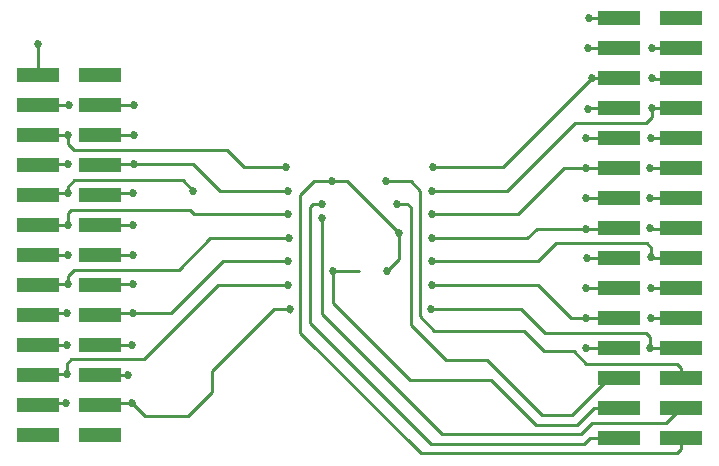
<source format=gtl>
G04 #@! TF.FileFunction,Copper,L1,Top,Signal*
%FSLAX46Y46*%
G04 Gerber Fmt 4.6, Leading zero omitted, Abs format (unit mm)*
G04 Created by KiCad (PCBNEW 4.0.2-stable) date 1/24/2017 5:25:06 AM*
%MOMM*%
G01*
G04 APERTURE LIST*
%ADD10C,0.100000*%
%ADD11R,3.560000X1.270000*%
%ADD12C,0.685800*%
%ADD13C,0.254000*%
%ADD14C,0.250000*%
G04 APERTURE END LIST*
D10*
D11*
X-27200000Y12800000D03*
X-21990000Y12800000D03*
X-27200000Y10260000D03*
X-21990000Y10260000D03*
X-27200000Y7720000D03*
X-21990000Y7720000D03*
X-27200000Y5180000D03*
X-21990000Y5180000D03*
X-27200000Y2640000D03*
X-21990000Y2640000D03*
X-27200000Y100000D03*
X-21990000Y100000D03*
X-27200000Y-2440000D03*
X-21990000Y-2440000D03*
X-27200000Y-4980000D03*
X-21990000Y-4980000D03*
X-27200000Y-7520000D03*
X-21990000Y-7520000D03*
X-27200000Y-10060000D03*
X-21990000Y-10060000D03*
X-27200000Y-12600000D03*
X-21990000Y-12600000D03*
X-27200000Y-15140000D03*
X-21990000Y-15140000D03*
X-27200000Y-17680000D03*
X-21990000Y-17680000D03*
X22000000Y17600000D03*
X27210000Y17600000D03*
X22000000Y15060000D03*
X27210000Y15060000D03*
X22000000Y12520000D03*
X27210000Y12520000D03*
X22000000Y9980000D03*
X27210000Y9980000D03*
X22000000Y7440000D03*
X27210000Y7440000D03*
X22000000Y4900000D03*
X27210000Y4900000D03*
X22000000Y2360000D03*
X27210000Y2360000D03*
X22000000Y-180000D03*
X27210000Y-180000D03*
X22000000Y-2720000D03*
X27210000Y-2720000D03*
X22000000Y-5260000D03*
X27210000Y-5260000D03*
X22000000Y-7800000D03*
X27210000Y-7800000D03*
X22000000Y-10340000D03*
X27210000Y-10340000D03*
X22000000Y-12880000D03*
X27210000Y-12880000D03*
X22000000Y-15420000D03*
X27210000Y-15420000D03*
X22000000Y-17960000D03*
X27210000Y-17960000D03*
D12*
X-27254200Y15407640D03*
X19450000Y17625000D03*
X-24612600Y10261600D03*
X-19075400Y10261600D03*
X-24638000Y7747000D03*
X-6223000Y5003800D03*
X-19100800Y7747000D03*
X-2209800Y-3810000D03*
X2325000Y-3800000D03*
X3350000Y-600000D03*
X-2362200Y3810000D03*
X2286000Y3810000D03*
X-24658320Y5293360D03*
X-19121120Y5293360D03*
X-6070600Y2997200D03*
X-14061440Y3002280D03*
X-24683720Y2778760D03*
X-19146520Y2778760D03*
X-24668480Y86360D03*
X-6070600Y1016000D03*
X-19131280Y86360D03*
X-24693880Y-2428240D03*
X-19156680Y-2428240D03*
X-24714200Y-4881880D03*
X-5994400Y-1016000D03*
X-19177000Y-4881880D03*
X-24739600Y-7396480D03*
X-19202400Y-7396480D03*
X-6045200Y-2997200D03*
X-24754840Y-10048240D03*
X-19217640Y-10048240D03*
X-24775160Y-12501880D03*
X-6045200Y-5003800D03*
X-19588480Y-12578080D03*
X-24800560Y-15016480D03*
X-19263360Y-15016480D03*
X-5918200Y-7010400D03*
X19350000Y15050000D03*
X24775000Y15075000D03*
X6200000Y5000000D03*
X19700000Y12575000D03*
X24750000Y12500000D03*
X19325000Y9950000D03*
X6150000Y3000000D03*
X24750000Y9975000D03*
X19225000Y7450000D03*
X24650000Y7475000D03*
X6150000Y1000000D03*
X19200000Y4875000D03*
X24625000Y4900000D03*
X19200000Y2350000D03*
X24625000Y2375000D03*
X6150000Y-1000000D03*
X19175000Y-225000D03*
X24600000Y-200000D03*
X19250000Y-2675000D03*
X6125000Y-3000000D03*
X24675000Y-2650000D03*
X19225000Y-5250000D03*
X24650000Y-5225000D03*
X6125000Y-5000000D03*
X19225000Y-7775000D03*
X24650000Y-7750000D03*
X19200000Y-10350000D03*
X6050000Y-7000000D03*
X24625000Y-10325000D03*
X-3149600Y660400D03*
X-3175000Y1879600D03*
X3149600Y1905000D03*
D13*
X-27200000Y15353440D02*
X-27200000Y12800000D01*
X-27254200Y15407640D02*
X-27200000Y15353440D01*
X19475000Y17600000D02*
X22000000Y17600000D01*
X19450000Y17625000D02*
X19475000Y17600000D01*
X-24614200Y10260000D02*
X-24612600Y10261600D01*
X-24614200Y10260000D02*
X-27200000Y10260000D01*
X-19077000Y10260000D02*
X-19075400Y10261600D01*
X-19077000Y10260000D02*
X-21990000Y10260000D01*
X-6223000Y5003800D02*
X-9773920Y5003800D01*
X-27225400Y7745400D02*
X-24639600Y7745400D01*
X-24639600Y7745400D02*
X-24638000Y7747000D01*
X-24638000Y6913880D02*
X-24638000Y7747000D01*
X-24145240Y6421120D02*
X-24638000Y6913880D01*
X-11191240Y6421120D02*
X-24145240Y6421120D01*
X-9773920Y5003800D02*
X-11191240Y6421120D01*
X-19102400Y7745400D02*
X-22015400Y7745400D01*
X-19102400Y7745400D02*
X-19100800Y7747000D01*
X-2209800Y-3810000D02*
X-2209800Y-6540200D01*
X19855000Y-15420000D02*
X22000000Y-15420000D01*
X18450000Y-16825000D02*
X19855000Y-15420000D01*
X14975000Y-16825000D02*
X18450000Y-16825000D01*
X11150000Y-13000000D02*
X14975000Y-16825000D01*
X4250000Y-13000000D02*
X11150000Y-13000000D01*
X-2209800Y-6540200D02*
X4250000Y-13000000D01*
X-2209800Y-3810000D02*
X-50800Y-3810000D01*
X-5054600Y-9017000D02*
X5178400Y-19250000D01*
X-2362200Y3810000D02*
X-3886200Y3810000D01*
X-3886200Y3810000D02*
X-5054600Y2641600D01*
X-5054600Y2641600D02*
X-5054600Y-9017000D01*
X27210000Y-18890000D02*
X27210000Y-17960000D01*
X26850000Y-19250000D02*
X27210000Y-18890000D01*
X5178400Y-19250000D02*
X26850000Y-19250000D01*
X3350000Y-2775000D02*
X3350000Y-600000D01*
X2325000Y-3800000D02*
X3350000Y-2775000D01*
X-1060000Y3810000D02*
X-2362200Y3810000D01*
X3350000Y-600000D02*
X-1060000Y3810000D01*
X5156200Y-5715000D02*
X5156200Y-7656200D01*
X2286000Y3810000D02*
X4343400Y3810000D01*
X5156200Y2997200D02*
X5156200Y-5715000D01*
X4343400Y3810000D02*
X5156200Y2997200D01*
X27210000Y-11985000D02*
X27210000Y-12880000D01*
X26875000Y-11650000D02*
X27210000Y-11985000D01*
X19200000Y-11650000D02*
X26875000Y-11650000D01*
X18150000Y-10600000D02*
X19200000Y-11650000D01*
X15650000Y-10600000D02*
X18150000Y-10600000D01*
X13900000Y-8850000D02*
X15650000Y-10600000D01*
X6350000Y-8850000D02*
X13900000Y-8850000D01*
X5156200Y-7656200D02*
X6350000Y-8850000D01*
X-24659920Y5291760D02*
X-27245720Y5291760D01*
X-24659920Y5291760D02*
X-24658320Y5293360D01*
X-6070600Y2997200D02*
X-11805920Y2997200D01*
X-22035720Y5291760D02*
X-19122720Y5291760D01*
X-19122720Y5291760D02*
X-19121120Y5293360D01*
X-14102080Y5293360D02*
X-19121120Y5293360D01*
X-11805920Y2997200D02*
X-14102080Y5293360D01*
X-24683720Y3307080D02*
X-24683720Y2778760D01*
X-24130000Y3860800D02*
X-24683720Y3307080D01*
X-14919960Y3860800D02*
X-24130000Y3860800D01*
X-14061440Y3002280D02*
X-14919960Y3860800D01*
X-24685320Y2777160D02*
X-24683720Y2778760D01*
X-24685320Y2777160D02*
X-27271120Y2777160D01*
X-19148120Y2777160D02*
X-19146520Y2778760D01*
X-19148120Y2777160D02*
X-22061120Y2777160D01*
X-6070600Y1016000D02*
X-14030960Y1016000D01*
X-24670080Y84760D02*
X-27255880Y84760D01*
X-24670080Y84760D02*
X-24668480Y86360D01*
X-24668480Y1066800D02*
X-24668480Y86360D01*
X-24404320Y1330960D02*
X-24668480Y1066800D01*
X-14345920Y1330960D02*
X-24404320Y1330960D01*
X-14030960Y1016000D02*
X-14345920Y1330960D01*
X-19132880Y84760D02*
X-22045880Y84760D01*
X-19132880Y84760D02*
X-19131280Y86360D01*
X-24695480Y-2429840D02*
X-24693880Y-2428240D01*
X-24695480Y-2429840D02*
X-27281280Y-2429840D01*
X-19158280Y-2429840D02*
X-19156680Y-2428240D01*
X-19158280Y-2429840D02*
X-22071280Y-2429840D01*
X-5994400Y-1016000D02*
X-12639040Y-1016000D01*
X-24715800Y-4883480D02*
X-24714200Y-4881880D01*
X-24715800Y-4883480D02*
X-27301600Y-4883480D01*
X-24714200Y-4251960D02*
X-24714200Y-4881880D01*
X-24155400Y-3693160D02*
X-24714200Y-4251960D01*
X-15316200Y-3693160D02*
X-24155400Y-3693160D01*
X-12639040Y-1016000D02*
X-15316200Y-3693160D01*
X-19178600Y-4883480D02*
X-19177000Y-4881880D01*
X-19178600Y-4883480D02*
X-22091600Y-4883480D01*
X-24741200Y-7398080D02*
X-27327000Y-7398080D01*
X-24741200Y-7398080D02*
X-24739600Y-7396480D01*
X-6045200Y-2997200D02*
X-11577320Y-2997200D01*
X-19204000Y-7398080D02*
X-22117000Y-7398080D01*
X-19204000Y-7398080D02*
X-19202400Y-7396480D01*
X-15976600Y-7396480D02*
X-19202400Y-7396480D01*
X-11577320Y-2997200D02*
X-15976600Y-7396480D01*
X-24756440Y-10049840D02*
X-27342240Y-10049840D01*
X-24756440Y-10049840D02*
X-24754840Y-10048240D01*
X-19219240Y-10049840D02*
X-22132240Y-10049840D01*
X-19219240Y-10049840D02*
X-19217640Y-10048240D01*
X-6045200Y-5003800D02*
X-11973560Y-5003800D01*
X-24776760Y-12503480D02*
X-27362560Y-12503480D01*
X-24776760Y-12503480D02*
X-24775160Y-12501880D01*
X-24775160Y-11673840D02*
X-24775160Y-12501880D01*
X-24394160Y-11292840D02*
X-24775160Y-11673840D01*
X-18262600Y-11292840D02*
X-24394160Y-11292840D01*
X-11973560Y-5003800D02*
X-18262600Y-11292840D01*
X-19610400Y-12600000D02*
X-21990000Y-12600000D01*
X-19588480Y-12578080D02*
X-19610400Y-12600000D01*
X-24802160Y-15018080D02*
X-24800560Y-15016480D01*
X-24802160Y-15018080D02*
X-27387960Y-15018080D01*
X-5918200Y-7010400D02*
X-7208520Y-7010400D01*
X-19264960Y-15018080D02*
X-22177960Y-15018080D01*
X-19264960Y-15018080D02*
X-19263360Y-15016480D01*
X-18186400Y-16093440D02*
X-19263360Y-15016480D01*
X-14478000Y-16093440D02*
X-18186400Y-16093440D01*
X-12451080Y-14066520D02*
X-14478000Y-16093440D01*
X-12451080Y-12252960D02*
X-12451080Y-14066520D01*
X-7208520Y-7010400D02*
X-12451080Y-12252960D01*
D14*
X-5918200Y-7010400D02*
X-5918200Y-7239000D01*
D13*
X22150000Y15060000D02*
X19360000Y15060000D01*
X19360000Y15060000D02*
X19350000Y15050000D01*
X24790000Y15060000D02*
X24775000Y15075000D01*
X24790000Y15060000D02*
X27360000Y15060000D01*
X6200000Y5000000D02*
X12125000Y5000000D01*
X12125000Y5000000D02*
X19700000Y12575000D01*
X19755000Y12520000D02*
X22000000Y12520000D01*
X19700000Y12575000D02*
X19755000Y12520000D01*
X24765000Y12485000D02*
X27335000Y12485000D01*
X24765000Y12485000D02*
X24750000Y12500000D01*
X19335000Y9960000D02*
X19325000Y9950000D01*
X22125000Y9960000D02*
X19335000Y9960000D01*
X6150000Y3000000D02*
X12500000Y3000000D01*
X24750000Y9250000D02*
X24750000Y9975000D01*
X24225000Y8725000D02*
X24750000Y9250000D01*
X18225000Y8725000D02*
X24225000Y8725000D01*
X12500000Y3000000D02*
X18225000Y8725000D01*
X24765000Y9960000D02*
X27335000Y9960000D01*
X24765000Y9960000D02*
X24750000Y9975000D01*
X19235000Y7460000D02*
X19225000Y7450000D01*
X22025000Y7460000D02*
X19235000Y7460000D01*
X24665000Y7460000D02*
X27235000Y7460000D01*
X24665000Y7460000D02*
X24650000Y7475000D01*
X6150000Y1000000D02*
X13425000Y1000000D01*
X17300000Y4875000D02*
X19200000Y4875000D01*
X13425000Y1000000D02*
X17300000Y4875000D01*
X22000000Y4885000D02*
X19210000Y4885000D01*
X19210000Y4885000D02*
X19200000Y4875000D01*
X24640000Y4885000D02*
X24625000Y4900000D01*
X24640000Y4885000D02*
X27210000Y4885000D01*
X22000000Y2360000D02*
X19210000Y2360000D01*
X19210000Y2360000D02*
X19200000Y2350000D01*
X24640000Y2360000D02*
X24625000Y2375000D01*
X24640000Y2360000D02*
X27210000Y2360000D01*
X6150000Y-1000000D02*
X14225000Y-1000000D01*
X15000000Y-225000D02*
X19175000Y-225000D01*
X14225000Y-1000000D02*
X15000000Y-225000D01*
X19185000Y-215000D02*
X19175000Y-225000D01*
X21975000Y-215000D02*
X19185000Y-215000D01*
X24615000Y-215000D02*
X27185000Y-215000D01*
X24615000Y-215000D02*
X24600000Y-200000D01*
X22050000Y-2665000D02*
X19260000Y-2665000D01*
X19260000Y-2665000D02*
X19250000Y-2675000D01*
X6125000Y-3000000D02*
X15100000Y-3000000D01*
X24675000Y-1825000D02*
X24675000Y-2650000D01*
X24325000Y-1475000D02*
X24675000Y-1825000D01*
X16625000Y-1475000D02*
X24325000Y-1475000D01*
X15100000Y-3000000D02*
X16625000Y-1475000D01*
X24690000Y-2665000D02*
X24675000Y-2650000D01*
X24690000Y-2665000D02*
X27260000Y-2665000D01*
X19235000Y-5240000D02*
X19225000Y-5250000D01*
X22025000Y-5240000D02*
X19235000Y-5240000D01*
X24665000Y-5240000D02*
X27235000Y-5240000D01*
X24665000Y-5240000D02*
X24650000Y-5225000D01*
X6125000Y-5000000D02*
X15100000Y-5000000D01*
X17875000Y-7775000D02*
X19225000Y-7775000D01*
X15100000Y-5000000D02*
X17875000Y-7775000D01*
X19235000Y-7765000D02*
X19225000Y-7775000D01*
X22025000Y-7765000D02*
X19235000Y-7765000D01*
X24665000Y-7765000D02*
X27235000Y-7765000D01*
X24665000Y-7765000D02*
X24650000Y-7750000D01*
X22000000Y-10340000D02*
X19210000Y-10340000D01*
X19210000Y-10340000D02*
X19200000Y-10350000D01*
X6050000Y-7000000D02*
X13675000Y-7000000D01*
X24625000Y-9400000D02*
X24625000Y-10325000D01*
X24275000Y-9050000D02*
X24625000Y-9400000D01*
X15725000Y-9050000D02*
X24275000Y-9050000D01*
X13675000Y-7000000D02*
X15725000Y-9050000D01*
X24640000Y-10340000D02*
X24625000Y-10325000D01*
X24640000Y-10340000D02*
X27210000Y-10340000D01*
X-3149600Y-7467600D02*
X7032800Y-17650000D01*
X-3149600Y660400D02*
X-3149600Y-7467600D01*
X25980000Y-16650000D02*
X27210000Y-15420000D01*
X19725000Y-16650000D02*
X25980000Y-16650000D01*
X18725000Y-17650000D02*
X19725000Y-16650000D01*
X7032800Y-17650000D02*
X18725000Y-17650000D01*
X-4216400Y-8200000D02*
X6033600Y-18450000D01*
X19515000Y-17960000D02*
X22000000Y-17960000D01*
X19025000Y-18450000D02*
X19515000Y-17960000D01*
X6033600Y-18450000D02*
X19025000Y-18450000D01*
X-3175000Y1879600D02*
X-3937000Y1879600D01*
X-4216400Y1600200D02*
X-4216400Y-8200000D01*
X-4216400Y-8200000D02*
X-4216400Y-8204200D01*
X-3937000Y1879600D02*
X-4216400Y1600200D01*
X4368800Y-6629400D02*
X4368800Y-8343800D01*
X3149600Y1905000D02*
X4064000Y1905000D01*
X4368800Y1600200D02*
X4368800Y-6629400D01*
X4064000Y1905000D02*
X4368800Y1600200D01*
X18025000Y-15975000D02*
X21120000Y-12880000D01*
X15450000Y-15975000D02*
X18025000Y-15975000D01*
X10800000Y-11325000D02*
X15450000Y-15975000D01*
X7350000Y-11325000D02*
X10800000Y-11325000D01*
X4368800Y-8343800D02*
X7350000Y-11325000D01*
X21120000Y-12880000D02*
X22000000Y-12880000D01*
M02*

</source>
